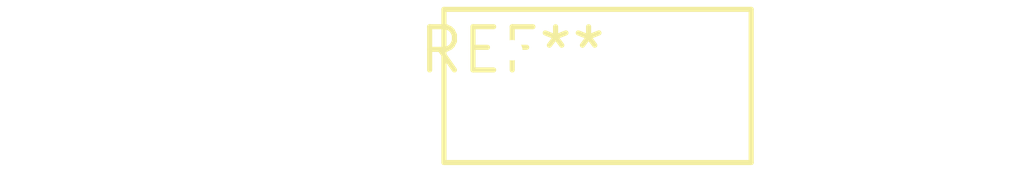
<source format=kicad_pcb>
(kicad_pcb (version 20240108) (generator pcbnew)
  (layers (0 "F.Cu" signal) (31 "B.Cu" signal) (34 "B.Paste" user) (35 "F.Paste" user) (36 "B.SilkS" user "B.Silkscreen") (37 "F.SilkS" user "F.Silkscreen") (38 "B.Mask" user) (39 "F.Mask" user) (44 "Edge.Cuts" user))
  (net 0 "")
  (footprint "RV_Disc_D9mm_W4.5mm_P5mm" (layer "F.Cu") (at 0 0)
    (property "Reference" "REF**")
    (property "Value" "RV_Disc_D9mm_W4.5mm_P5mm")
    (fp_line (start -2 -1.2) (end -2 3.3) (layer "F.SilkS") (stroke (width 0.15)))
    (fp_line (start -2 -1.2) (end 7 -1.2) (layer "F.SilkS") (stroke (width 0.15)))
    (fp_line (start -2 3.3) (end 7 3.3) (layer "F.SilkS") (stroke (width 0.15)))
    (fp_line (start 7 -1.2) (end 7 3.3) (layer "F.SilkS") (stroke (width 0.15)))
    (pad "1" thru_hole circle (at 0 0) (size 1.6 1.6) (drill 0.6) (layers *.Cu *.Mask) (remove_unused_layers))
    (pad "2" thru_hole circle (at 5 2.1) (size 1.6 1.6) (drill 0.6) (layers *.Cu *.Mask) (remove_unused_layers))
  )
)
</source>
